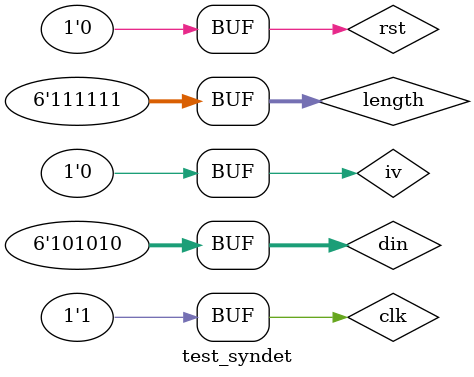
<source format=v>
`timescale 1ns / 1ps
module test_syndet;

	// Inputs
	reg [5:0] din;
	reg iv;
	reg [5:0] length;
	reg clk;
	reg rst;

	// Outputs
	wire [13:0] dout;
	wire ov;

	// Instantiate the Unit Under Test (UUT)
	syndet uut (
		.din(din), 
		.iv(iv), 
		.dout(dout), 
		.ov(ov), 
		.length(length), 
		.clk(clk), 
		.rst(rst)
	);

	initial begin
		// Initialize Inputs
		din = 0;
		iv = 0;
		length = 63;
		clk = 0;
		rst = 0;

		// Wait 100 ns for global reset to finish
		#100;
		// zero data
      repeat (320)
		begin
			#5 clk = 0; rst = 1;
			#5 clk = 1;
		end
		#5 clk = 0; rst = 0;
		#5 clk = 1;
		// uncorrelated data
      repeat (320)
		begin
			#5 clk = 0; iv = 1; din = 0;
			#5 clk = 1;
			#5 clk = 0; iv = 0;
			#5 clk = 1;
			#5 clk = 0; iv = 1; din = 21;
			#5 clk = 1;
			#5 clk = 0; iv = 0;
			#5 clk = 1;
			#5 clk = 0; iv = 1; din = 42;
			#5 clk = 1;
			#5 clk = 0; iv = 0;
			#5 clk = 1;
		end
		// correlated data
      repeat (80)
		begin
			#5 clk = 0; iv = 1; din = 0;
			#5 clk = 1;
			#5 clk = 0; iv = 0;
			#5 clk = 1;
			#5 clk = 0; iv = 1; din = 16;
			#5 clk = 1;
			#5 clk = 0; iv = 0;
			#5 clk = 1;
			#5 clk = 0; iv = 1; din = 32;
			#5 clk = 1;
			#5 clk = 0; iv = 0;
			#5 clk = 1;
			#5 clk = 0; iv = 1; din = 48;
			#5 clk = 1;
			#5 clk = 0; iv = 0;
			#5 clk = 1;
		end
		// uncorrelated data
      repeat (320)
		begin
			#5 clk = 0; iv = 1; din = 0;
			#5 clk = 1;
			#5 clk = 0; iv = 0;
			#5 clk = 1;
			#5 clk = 0; iv = 1; din = 21;
			#5 clk = 1;
			#5 clk = 0; iv = 0;
			#5 clk = 1;
			#5 clk = 0; iv = 1; din = 42;
			#5 clk = 1;
			#5 clk = 0; iv = 0;
			#5 clk = 1;
		end
		#5 clk = 0; iv = 0;
		#5 clk = 1;
	end
      
endmodule


</source>
